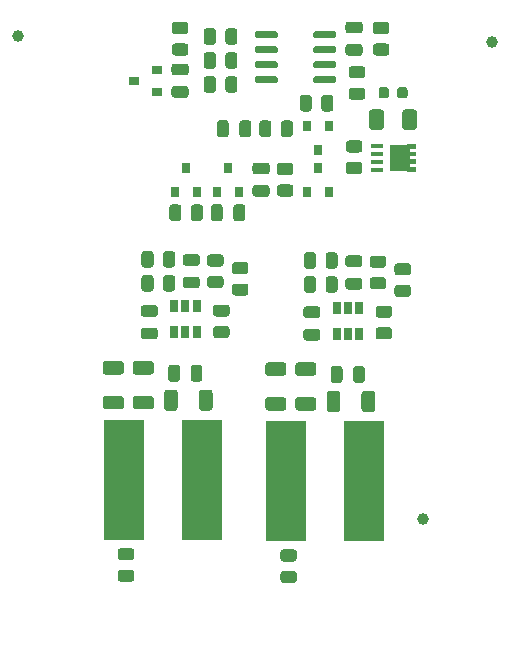
<source format=gbr>
%TF.GenerationSoftware,KiCad,Pcbnew,5.1.9-73d0e3b20d~88~ubuntu20.10.1*%
%TF.CreationDate,2021-01-20T16:53:29+01:00*%
%TF.ProjectId,makita_protector,6d616b69-7461-45f7-9072-6f746563746f,rev?*%
%TF.SameCoordinates,Original*%
%TF.FileFunction,Paste,Top*%
%TF.FilePolarity,Positive*%
%FSLAX46Y46*%
G04 Gerber Fmt 4.6, Leading zero omitted, Abs format (unit mm)*
G04 Created by KiCad (PCBNEW 5.1.9-73d0e3b20d~88~ubuntu20.10.1) date 2021-01-20 16:53:29*
%MOMM*%
%LPD*%
G01*
G04 APERTURE LIST*
%ADD10C,1.000000*%
%ADD11R,3.500000X10.200000*%
%ADD12R,0.650000X1.060000*%
%ADD13R,0.800000X0.900000*%
%ADD14C,0.100000*%
%ADD15R,0.990000X0.405000*%
%ADD16R,0.900000X0.800000*%
G04 APERTURE END LIST*
D10*
%TO.C,FID3*%
X164084000Y-99314000D03*
%TD*%
%TO.C,FID2*%
X169926000Y-58928000D03*
%TD*%
%TO.C,FID1*%
X129794000Y-58420000D03*
%TD*%
D11*
%TO.C,L1*%
X138749500Y-96012000D03*
X145349500Y-96012000D03*
%TD*%
%TO.C,R23*%
G36*
G01*
X153151502Y-102935000D02*
X152251498Y-102935000D01*
G75*
G02*
X152001500Y-102685002I0J249998D01*
G01*
X152001500Y-102159998D01*
G75*
G02*
X152251498Y-101910000I249998J0D01*
G01*
X153151502Y-101910000D01*
G75*
G02*
X153401500Y-102159998I0J-249998D01*
G01*
X153401500Y-102685002D01*
G75*
G02*
X153151502Y-102935000I-249998J0D01*
G01*
G37*
G36*
G01*
X153151502Y-104760000D02*
X152251498Y-104760000D01*
G75*
G02*
X152001500Y-104510002I0J249998D01*
G01*
X152001500Y-103984998D01*
G75*
G02*
X152251498Y-103735000I249998J0D01*
G01*
X153151502Y-103735000D01*
G75*
G02*
X153401500Y-103984998I0J-249998D01*
G01*
X153401500Y-104510002D01*
G75*
G02*
X153151502Y-104760000I-249998J0D01*
G01*
G37*
%TD*%
%TO.C,R22*%
G36*
G01*
X139388002Y-102827500D02*
X138487998Y-102827500D01*
G75*
G02*
X138238000Y-102577502I0J249998D01*
G01*
X138238000Y-102052498D01*
G75*
G02*
X138487998Y-101802500I249998J0D01*
G01*
X139388002Y-101802500D01*
G75*
G02*
X139638000Y-102052498I0J-249998D01*
G01*
X139638000Y-102577502D01*
G75*
G02*
X139388002Y-102827500I-249998J0D01*
G01*
G37*
G36*
G01*
X139388002Y-104652500D02*
X138487998Y-104652500D01*
G75*
G02*
X138238000Y-104402502I0J249998D01*
G01*
X138238000Y-103877498D01*
G75*
G02*
X138487998Y-103627500I249998J0D01*
G01*
X139388002Y-103627500D01*
G75*
G02*
X139638000Y-103877498I0J-249998D01*
G01*
X139638000Y-104402502D01*
G75*
G02*
X139388002Y-104652500I-249998J0D01*
G01*
G37*
%TD*%
%TO.C,L2*%
X152513000Y-96119500D03*
X159113000Y-96119500D03*
%TD*%
D12*
%TO.C,U3*%
X157718000Y-81430500D03*
X156768000Y-81430500D03*
X158668000Y-81430500D03*
X158668000Y-83630500D03*
X157718000Y-83630500D03*
X156768000Y-83630500D03*
%TD*%
%TO.C,R19*%
G36*
G01*
X155032000Y-79032498D02*
X155032000Y-79932502D01*
G75*
G02*
X154782002Y-80182500I-249998J0D01*
G01*
X154256998Y-80182500D01*
G75*
G02*
X154007000Y-79932502I0J249998D01*
G01*
X154007000Y-79032498D01*
G75*
G02*
X154256998Y-78782500I249998J0D01*
G01*
X154782002Y-78782500D01*
G75*
G02*
X155032000Y-79032498I0J-249998D01*
G01*
G37*
G36*
G01*
X156857000Y-79032498D02*
X156857000Y-79932502D01*
G75*
G02*
X156607002Y-80182500I-249998J0D01*
G01*
X156081998Y-80182500D01*
G75*
G02*
X155832000Y-79932502I0J249998D01*
G01*
X155832000Y-79032498D01*
G75*
G02*
X156081998Y-78782500I249998J0D01*
G01*
X156607002Y-78782500D01*
G75*
G02*
X156857000Y-79032498I0J-249998D01*
G01*
G37*
%TD*%
%TO.C,R18*%
G36*
G01*
X159807998Y-78866500D02*
X160708002Y-78866500D01*
G75*
G02*
X160958000Y-79116498I0J-249998D01*
G01*
X160958000Y-79641502D01*
G75*
G02*
X160708002Y-79891500I-249998J0D01*
G01*
X159807998Y-79891500D01*
G75*
G02*
X159558000Y-79641502I0J249998D01*
G01*
X159558000Y-79116498D01*
G75*
G02*
X159807998Y-78866500I249998J0D01*
G01*
G37*
G36*
G01*
X159807998Y-77041500D02*
X160708002Y-77041500D01*
G75*
G02*
X160958000Y-77291498I0J-249998D01*
G01*
X160958000Y-77816502D01*
G75*
G02*
X160708002Y-78066500I-249998J0D01*
G01*
X159807998Y-78066500D01*
G75*
G02*
X159558000Y-77816502I0J249998D01*
G01*
X159558000Y-77291498D01*
G75*
G02*
X159807998Y-77041500I249998J0D01*
G01*
G37*
%TD*%
%TO.C,R17*%
G36*
G01*
X155832000Y-77900502D02*
X155832000Y-77000498D01*
G75*
G02*
X156081998Y-76750500I249998J0D01*
G01*
X156607002Y-76750500D01*
G75*
G02*
X156857000Y-77000498I0J-249998D01*
G01*
X156857000Y-77900502D01*
G75*
G02*
X156607002Y-78150500I-249998J0D01*
G01*
X156081998Y-78150500D01*
G75*
G02*
X155832000Y-77900502I0J249998D01*
G01*
G37*
G36*
G01*
X154007000Y-77900502D02*
X154007000Y-77000498D01*
G75*
G02*
X154256998Y-76750500I249998J0D01*
G01*
X154782002Y-76750500D01*
G75*
G02*
X155032000Y-77000498I0J-249998D01*
G01*
X155032000Y-77900502D01*
G75*
G02*
X154782002Y-78150500I-249998J0D01*
G01*
X154256998Y-78150500D01*
G75*
G02*
X154007000Y-77900502I0J249998D01*
G01*
G37*
%TD*%
%TO.C,R12*%
G36*
G01*
X162813502Y-78707500D02*
X161913498Y-78707500D01*
G75*
G02*
X161663500Y-78457502I0J249998D01*
G01*
X161663500Y-77932498D01*
G75*
G02*
X161913498Y-77682500I249998J0D01*
G01*
X162813502Y-77682500D01*
G75*
G02*
X163063500Y-77932498I0J-249998D01*
G01*
X163063500Y-78457502D01*
G75*
G02*
X162813502Y-78707500I-249998J0D01*
G01*
G37*
G36*
G01*
X162813502Y-80532500D02*
X161913498Y-80532500D01*
G75*
G02*
X161663500Y-80282502I0J249998D01*
G01*
X161663500Y-79757498D01*
G75*
G02*
X161913498Y-79507500I249998J0D01*
G01*
X162813502Y-79507500D01*
G75*
G02*
X163063500Y-79757498I0J-249998D01*
G01*
X163063500Y-80282502D01*
G75*
G02*
X162813502Y-80532500I-249998J0D01*
G01*
G37*
%TD*%
%TO.C,R11*%
G36*
G01*
X161213502Y-82307500D02*
X160313498Y-82307500D01*
G75*
G02*
X160063500Y-82057502I0J249998D01*
G01*
X160063500Y-81532498D01*
G75*
G02*
X160313498Y-81282500I249998J0D01*
G01*
X161213502Y-81282500D01*
G75*
G02*
X161463500Y-81532498I0J-249998D01*
G01*
X161463500Y-82057502D01*
G75*
G02*
X161213502Y-82307500I-249998J0D01*
G01*
G37*
G36*
G01*
X161213502Y-84132500D02*
X160313498Y-84132500D01*
G75*
G02*
X160063500Y-83882502I0J249998D01*
G01*
X160063500Y-83357498D01*
G75*
G02*
X160313498Y-83107500I249998J0D01*
G01*
X161213502Y-83107500D01*
G75*
G02*
X161463500Y-83357498I0J-249998D01*
G01*
X161463500Y-83882502D01*
G75*
G02*
X161213502Y-84132500I-249998J0D01*
G01*
G37*
%TD*%
%TO.C,C18*%
G36*
G01*
X154812001Y-87218500D02*
X153511999Y-87218500D01*
G75*
G02*
X153262000Y-86968501I0J249999D01*
G01*
X153262000Y-86318499D01*
G75*
G02*
X153511999Y-86068500I249999J0D01*
G01*
X154812001Y-86068500D01*
G75*
G02*
X155062000Y-86318499I0J-249999D01*
G01*
X155062000Y-86968501D01*
G75*
G02*
X154812001Y-87218500I-249999J0D01*
G01*
G37*
G36*
G01*
X154812001Y-90168500D02*
X153511999Y-90168500D01*
G75*
G02*
X153262000Y-89918501I0J249999D01*
G01*
X153262000Y-89268499D01*
G75*
G02*
X153511999Y-89018500I249999J0D01*
G01*
X154812001Y-89018500D01*
G75*
G02*
X155062000Y-89268499I0J-249999D01*
G01*
X155062000Y-89918501D01*
G75*
G02*
X154812001Y-90168500I-249999J0D01*
G01*
G37*
%TD*%
%TO.C,C17*%
G36*
G01*
X152272001Y-87218500D02*
X150971999Y-87218500D01*
G75*
G02*
X150722000Y-86968501I0J249999D01*
G01*
X150722000Y-86318499D01*
G75*
G02*
X150971999Y-86068500I249999J0D01*
G01*
X152272001Y-86068500D01*
G75*
G02*
X152522000Y-86318499I0J-249999D01*
G01*
X152522000Y-86968501D01*
G75*
G02*
X152272001Y-87218500I-249999J0D01*
G01*
G37*
G36*
G01*
X152272001Y-90168500D02*
X150971999Y-90168500D01*
G75*
G02*
X150722000Y-89918501I0J249999D01*
G01*
X150722000Y-89268499D01*
G75*
G02*
X150971999Y-89018500I249999J0D01*
G01*
X152272001Y-89018500D01*
G75*
G02*
X152522000Y-89268499I0J-249999D01*
G01*
X152522000Y-89918501D01*
G75*
G02*
X152272001Y-90168500I-249999J0D01*
G01*
G37*
%TD*%
%TO.C,C16*%
G36*
G01*
X157751000Y-78916500D02*
X158701000Y-78916500D01*
G75*
G02*
X158951000Y-79166500I0J-250000D01*
G01*
X158951000Y-79666500D01*
G75*
G02*
X158701000Y-79916500I-250000J0D01*
G01*
X157751000Y-79916500D01*
G75*
G02*
X157501000Y-79666500I0J250000D01*
G01*
X157501000Y-79166500D01*
G75*
G02*
X157751000Y-78916500I250000J0D01*
G01*
G37*
G36*
G01*
X157751000Y-77016500D02*
X158701000Y-77016500D01*
G75*
G02*
X158951000Y-77266500I0J-250000D01*
G01*
X158951000Y-77766500D01*
G75*
G02*
X158701000Y-78016500I-250000J0D01*
G01*
X157751000Y-78016500D01*
G75*
G02*
X157501000Y-77766500I0J250000D01*
G01*
X157501000Y-77266500D01*
G75*
G02*
X157751000Y-77016500I250000J0D01*
G01*
G37*
%TD*%
%TO.C,C14*%
G36*
G01*
X155145000Y-82334500D02*
X154195000Y-82334500D01*
G75*
G02*
X153945000Y-82084500I0J250000D01*
G01*
X153945000Y-81584500D01*
G75*
G02*
X154195000Y-81334500I250000J0D01*
G01*
X155145000Y-81334500D01*
G75*
G02*
X155395000Y-81584500I0J-250000D01*
G01*
X155395000Y-82084500D01*
G75*
G02*
X155145000Y-82334500I-250000J0D01*
G01*
G37*
G36*
G01*
X155145000Y-84234500D02*
X154195000Y-84234500D01*
G75*
G02*
X153945000Y-83984500I0J250000D01*
G01*
X153945000Y-83484500D01*
G75*
G02*
X154195000Y-83234500I250000J0D01*
G01*
X155145000Y-83234500D01*
G75*
G02*
X155395000Y-83484500I0J-250000D01*
G01*
X155395000Y-83984500D01*
G75*
G02*
X155145000Y-84234500I-250000J0D01*
G01*
G37*
%TD*%
%TO.C,C12*%
G36*
G01*
X157072000Y-88738499D02*
X157072000Y-90038501D01*
G75*
G02*
X156822001Y-90288500I-249999J0D01*
G01*
X156171999Y-90288500D01*
G75*
G02*
X155922000Y-90038501I0J249999D01*
G01*
X155922000Y-88738499D01*
G75*
G02*
X156171999Y-88488500I249999J0D01*
G01*
X156822001Y-88488500D01*
G75*
G02*
X157072000Y-88738499I0J-249999D01*
G01*
G37*
G36*
G01*
X160022000Y-88738499D02*
X160022000Y-90038501D01*
G75*
G02*
X159772001Y-90288500I-249999J0D01*
G01*
X159121999Y-90288500D01*
G75*
G02*
X158872000Y-90038501I0J249999D01*
G01*
X158872000Y-88738499D01*
G75*
G02*
X159121999Y-88488500I249999J0D01*
G01*
X159772001Y-88488500D01*
G75*
G02*
X160022000Y-88738499I0J-249999D01*
G01*
G37*
%TD*%
%TO.C,C11*%
G36*
G01*
X157268000Y-86627500D02*
X157268000Y-87577500D01*
G75*
G02*
X157018000Y-87827500I-250000J0D01*
G01*
X156518000Y-87827500D01*
G75*
G02*
X156268000Y-87577500I0J250000D01*
G01*
X156268000Y-86627500D01*
G75*
G02*
X156518000Y-86377500I250000J0D01*
G01*
X157018000Y-86377500D01*
G75*
G02*
X157268000Y-86627500I0J-250000D01*
G01*
G37*
G36*
G01*
X159168000Y-86627500D02*
X159168000Y-87577500D01*
G75*
G02*
X158918000Y-87827500I-250000J0D01*
G01*
X158418000Y-87827500D01*
G75*
G02*
X158168000Y-87577500I0J250000D01*
G01*
X158168000Y-86627500D01*
G75*
G02*
X158418000Y-86377500I250000J0D01*
G01*
X158918000Y-86377500D01*
G75*
G02*
X159168000Y-86627500I0J-250000D01*
G01*
G37*
%TD*%
%TO.C,F2*%
G36*
G01*
X161894000Y-63502250D02*
X161894000Y-62989750D01*
G75*
G02*
X162112750Y-62771000I218750J0D01*
G01*
X162550250Y-62771000D01*
G75*
G02*
X162769000Y-62989750I0J-218750D01*
G01*
X162769000Y-63502250D01*
G75*
G02*
X162550250Y-63721000I-218750J0D01*
G01*
X162112750Y-63721000D01*
G75*
G02*
X161894000Y-63502250I0J218750D01*
G01*
G37*
G36*
G01*
X160319000Y-63502250D02*
X160319000Y-62989750D01*
G75*
G02*
X160537750Y-62771000I218750J0D01*
G01*
X160975250Y-62771000D01*
G75*
G02*
X161194000Y-62989750I0J-218750D01*
G01*
X161194000Y-63502250D01*
G75*
G02*
X160975250Y-63721000I-218750J0D01*
G01*
X160537750Y-63721000D01*
G75*
G02*
X160319000Y-63502250I0J218750D01*
G01*
G37*
%TD*%
%TO.C,C4*%
G36*
G01*
X141381500Y-82227000D02*
X140431500Y-82227000D01*
G75*
G02*
X140181500Y-81977000I0J250000D01*
G01*
X140181500Y-81477000D01*
G75*
G02*
X140431500Y-81227000I250000J0D01*
G01*
X141381500Y-81227000D01*
G75*
G02*
X141631500Y-81477000I0J-250000D01*
G01*
X141631500Y-81977000D01*
G75*
G02*
X141381500Y-82227000I-250000J0D01*
G01*
G37*
G36*
G01*
X141381500Y-84127000D02*
X140431500Y-84127000D01*
G75*
G02*
X140181500Y-83877000I0J250000D01*
G01*
X140181500Y-83377000D01*
G75*
G02*
X140431500Y-83127000I250000J0D01*
G01*
X141381500Y-83127000D01*
G75*
G02*
X141631500Y-83377000I0J-250000D01*
G01*
X141631500Y-83877000D01*
G75*
G02*
X141381500Y-84127000I-250000J0D01*
G01*
G37*
%TD*%
%TO.C,U2*%
G36*
G01*
X154779000Y-58491500D02*
X154779000Y-58191500D01*
G75*
G02*
X154929000Y-58041500I150000J0D01*
G01*
X156579000Y-58041500D01*
G75*
G02*
X156729000Y-58191500I0J-150000D01*
G01*
X156729000Y-58491500D01*
G75*
G02*
X156579000Y-58641500I-150000J0D01*
G01*
X154929000Y-58641500D01*
G75*
G02*
X154779000Y-58491500I0J150000D01*
G01*
G37*
G36*
G01*
X154779000Y-59761500D02*
X154779000Y-59461500D01*
G75*
G02*
X154929000Y-59311500I150000J0D01*
G01*
X156579000Y-59311500D01*
G75*
G02*
X156729000Y-59461500I0J-150000D01*
G01*
X156729000Y-59761500D01*
G75*
G02*
X156579000Y-59911500I-150000J0D01*
G01*
X154929000Y-59911500D01*
G75*
G02*
X154779000Y-59761500I0J150000D01*
G01*
G37*
G36*
G01*
X154779000Y-61031500D02*
X154779000Y-60731500D01*
G75*
G02*
X154929000Y-60581500I150000J0D01*
G01*
X156579000Y-60581500D01*
G75*
G02*
X156729000Y-60731500I0J-150000D01*
G01*
X156729000Y-61031500D01*
G75*
G02*
X156579000Y-61181500I-150000J0D01*
G01*
X154929000Y-61181500D01*
G75*
G02*
X154779000Y-61031500I0J150000D01*
G01*
G37*
G36*
G01*
X154779000Y-62301500D02*
X154779000Y-62001500D01*
G75*
G02*
X154929000Y-61851500I150000J0D01*
G01*
X156579000Y-61851500D01*
G75*
G02*
X156729000Y-62001500I0J-150000D01*
G01*
X156729000Y-62301500D01*
G75*
G02*
X156579000Y-62451500I-150000J0D01*
G01*
X154929000Y-62451500D01*
G75*
G02*
X154779000Y-62301500I0J150000D01*
G01*
G37*
G36*
G01*
X149829000Y-62301500D02*
X149829000Y-62001500D01*
G75*
G02*
X149979000Y-61851500I150000J0D01*
G01*
X151629000Y-61851500D01*
G75*
G02*
X151779000Y-62001500I0J-150000D01*
G01*
X151779000Y-62301500D01*
G75*
G02*
X151629000Y-62451500I-150000J0D01*
G01*
X149979000Y-62451500D01*
G75*
G02*
X149829000Y-62301500I0J150000D01*
G01*
G37*
G36*
G01*
X149829000Y-61031500D02*
X149829000Y-60731500D01*
G75*
G02*
X149979000Y-60581500I150000J0D01*
G01*
X151629000Y-60581500D01*
G75*
G02*
X151779000Y-60731500I0J-150000D01*
G01*
X151779000Y-61031500D01*
G75*
G02*
X151629000Y-61181500I-150000J0D01*
G01*
X149979000Y-61181500D01*
G75*
G02*
X149829000Y-61031500I0J150000D01*
G01*
G37*
G36*
G01*
X149829000Y-59761500D02*
X149829000Y-59461500D01*
G75*
G02*
X149979000Y-59311500I150000J0D01*
G01*
X151629000Y-59311500D01*
G75*
G02*
X151779000Y-59461500I0J-150000D01*
G01*
X151779000Y-59761500D01*
G75*
G02*
X151629000Y-59911500I-150000J0D01*
G01*
X149979000Y-59911500D01*
G75*
G02*
X149829000Y-59761500I0J150000D01*
G01*
G37*
G36*
G01*
X149829000Y-58491500D02*
X149829000Y-58191500D01*
G75*
G02*
X149979000Y-58041500I150000J0D01*
G01*
X151629000Y-58041500D01*
G75*
G02*
X151779000Y-58191500I0J-150000D01*
G01*
X151779000Y-58491500D01*
G75*
G02*
X151629000Y-58641500I-150000J0D01*
G01*
X149979000Y-58641500D01*
G75*
G02*
X149829000Y-58491500I0J150000D01*
G01*
G37*
%TD*%
%TO.C,U1*%
X143954500Y-81323000D03*
X143004500Y-81323000D03*
X144904500Y-81323000D03*
X144904500Y-83523000D03*
X143954500Y-83523000D03*
X143004500Y-83523000D03*
%TD*%
%TO.C,R21*%
G36*
G01*
X146539000Y-62097498D02*
X146539000Y-62997502D01*
G75*
G02*
X146289002Y-63247500I-249998J0D01*
G01*
X145763998Y-63247500D01*
G75*
G02*
X145514000Y-62997502I0J249998D01*
G01*
X145514000Y-62097498D01*
G75*
G02*
X145763998Y-61847500I249998J0D01*
G01*
X146289002Y-61847500D01*
G75*
G02*
X146539000Y-62097498I0J-249998D01*
G01*
G37*
G36*
G01*
X148364000Y-62097498D02*
X148364000Y-62997502D01*
G75*
G02*
X148114002Y-63247500I-249998J0D01*
G01*
X147588998Y-63247500D01*
G75*
G02*
X147339000Y-62997502I0J249998D01*
G01*
X147339000Y-62097498D01*
G75*
G02*
X147588998Y-61847500I249998J0D01*
G01*
X148114002Y-61847500D01*
G75*
G02*
X148364000Y-62097498I0J-249998D01*
G01*
G37*
%TD*%
%TO.C,R20*%
G36*
G01*
X147339000Y-58933502D02*
X147339000Y-58033498D01*
G75*
G02*
X147588998Y-57783500I249998J0D01*
G01*
X148114002Y-57783500D01*
G75*
G02*
X148364000Y-58033498I0J-249998D01*
G01*
X148364000Y-58933502D01*
G75*
G02*
X148114002Y-59183500I-249998J0D01*
G01*
X147588998Y-59183500D01*
G75*
G02*
X147339000Y-58933502I0J249998D01*
G01*
G37*
G36*
G01*
X145514000Y-58933502D02*
X145514000Y-58033498D01*
G75*
G02*
X145763998Y-57783500I249998J0D01*
G01*
X146289002Y-57783500D01*
G75*
G02*
X146539000Y-58033498I0J-249998D01*
G01*
X146539000Y-58933502D01*
G75*
G02*
X146289002Y-59183500I-249998J0D01*
G01*
X145763998Y-59183500D01*
G75*
G02*
X145514000Y-58933502I0J249998D01*
G01*
G37*
%TD*%
%TO.C,R16*%
G36*
G01*
X155467000Y-64585002D02*
X155467000Y-63684998D01*
G75*
G02*
X155716998Y-63435000I249998J0D01*
G01*
X156242002Y-63435000D01*
G75*
G02*
X156492000Y-63684998I0J-249998D01*
G01*
X156492000Y-64585002D01*
G75*
G02*
X156242002Y-64835000I-249998J0D01*
G01*
X155716998Y-64835000D01*
G75*
G02*
X155467000Y-64585002I0J249998D01*
G01*
G37*
G36*
G01*
X153642000Y-64585002D02*
X153642000Y-63684998D01*
G75*
G02*
X153891998Y-63435000I249998J0D01*
G01*
X154417002Y-63435000D01*
G75*
G02*
X154667000Y-63684998I0J-249998D01*
G01*
X154667000Y-64585002D01*
G75*
G02*
X154417002Y-64835000I-249998J0D01*
G01*
X153891998Y-64835000D01*
G75*
G02*
X153642000Y-64585002I0J249998D01*
G01*
G37*
%TD*%
%TO.C,R15*%
G36*
G01*
X143059998Y-59074000D02*
X143960002Y-59074000D01*
G75*
G02*
X144210000Y-59323998I0J-249998D01*
G01*
X144210000Y-59849002D01*
G75*
G02*
X143960002Y-60099000I-249998J0D01*
G01*
X143059998Y-60099000D01*
G75*
G02*
X142810000Y-59849002I0J249998D01*
G01*
X142810000Y-59323998D01*
G75*
G02*
X143059998Y-59074000I249998J0D01*
G01*
G37*
G36*
G01*
X143059998Y-57249000D02*
X143960002Y-57249000D01*
G75*
G02*
X144210000Y-57498998I0J-249998D01*
G01*
X144210000Y-58024002D01*
G75*
G02*
X143960002Y-58274000I-249998J0D01*
G01*
X143059998Y-58274000D01*
G75*
G02*
X142810000Y-58024002I0J249998D01*
G01*
X142810000Y-57498998D01*
G75*
G02*
X143059998Y-57249000I249998J0D01*
G01*
G37*
%TD*%
%TO.C,R14*%
G36*
G01*
X160077998Y-59074000D02*
X160978002Y-59074000D01*
G75*
G02*
X161228000Y-59323998I0J-249998D01*
G01*
X161228000Y-59849002D01*
G75*
G02*
X160978002Y-60099000I-249998J0D01*
G01*
X160077998Y-60099000D01*
G75*
G02*
X159828000Y-59849002I0J249998D01*
G01*
X159828000Y-59323998D01*
G75*
G02*
X160077998Y-59074000I249998J0D01*
G01*
G37*
G36*
G01*
X160077998Y-57249000D02*
X160978002Y-57249000D01*
G75*
G02*
X161228000Y-57498998I0J-249998D01*
G01*
X161228000Y-58024002D01*
G75*
G02*
X160978002Y-58274000I-249998J0D01*
G01*
X160077998Y-58274000D01*
G75*
G02*
X159828000Y-58024002I0J249998D01*
G01*
X159828000Y-57498998D01*
G75*
G02*
X160077998Y-57249000I249998J0D01*
G01*
G37*
%TD*%
%TO.C,R13*%
G36*
G01*
X158045998Y-62820500D02*
X158946002Y-62820500D01*
G75*
G02*
X159196000Y-63070498I0J-249998D01*
G01*
X159196000Y-63595502D01*
G75*
G02*
X158946002Y-63845500I-249998J0D01*
G01*
X158045998Y-63845500D01*
G75*
G02*
X157796000Y-63595502I0J249998D01*
G01*
X157796000Y-63070498D01*
G75*
G02*
X158045998Y-62820500I249998J0D01*
G01*
G37*
G36*
G01*
X158045998Y-60995500D02*
X158946002Y-60995500D01*
G75*
G02*
X159196000Y-61245498I0J-249998D01*
G01*
X159196000Y-61770502D01*
G75*
G02*
X158946002Y-62020500I-249998J0D01*
G01*
X158045998Y-62020500D01*
G75*
G02*
X157796000Y-61770502I0J249998D01*
G01*
X157796000Y-61245498D01*
G75*
G02*
X158045998Y-60995500I249998J0D01*
G01*
G37*
%TD*%
%TO.C,R10*%
G36*
G01*
X146539000Y-60065498D02*
X146539000Y-60965502D01*
G75*
G02*
X146289002Y-61215500I-249998J0D01*
G01*
X145763998Y-61215500D01*
G75*
G02*
X145514000Y-60965502I0J249998D01*
G01*
X145514000Y-60065498D01*
G75*
G02*
X145763998Y-59815500I249998J0D01*
G01*
X146289002Y-59815500D01*
G75*
G02*
X146539000Y-60065498I0J-249998D01*
G01*
G37*
G36*
G01*
X148364000Y-60065498D02*
X148364000Y-60965502D01*
G75*
G02*
X148114002Y-61215500I-249998J0D01*
G01*
X147588998Y-61215500D01*
G75*
G02*
X147339000Y-60965502I0J249998D01*
G01*
X147339000Y-60065498D01*
G75*
G02*
X147588998Y-59815500I249998J0D01*
G01*
X148114002Y-59815500D01*
G75*
G02*
X148364000Y-60065498I0J-249998D01*
G01*
G37*
%TD*%
%TO.C,R9*%
G36*
G01*
X144418000Y-73856002D02*
X144418000Y-72955998D01*
G75*
G02*
X144667998Y-72706000I249998J0D01*
G01*
X145193002Y-72706000D01*
G75*
G02*
X145443000Y-72955998I0J-249998D01*
G01*
X145443000Y-73856002D01*
G75*
G02*
X145193002Y-74106000I-249998J0D01*
G01*
X144667998Y-74106000D01*
G75*
G02*
X144418000Y-73856002I0J249998D01*
G01*
G37*
G36*
G01*
X142593000Y-73856002D02*
X142593000Y-72955998D01*
G75*
G02*
X142842998Y-72706000I249998J0D01*
G01*
X143368002Y-72706000D01*
G75*
G02*
X143618000Y-72955998I0J-249998D01*
G01*
X143618000Y-73856002D01*
G75*
G02*
X143368002Y-74106000I-249998J0D01*
G01*
X142842998Y-74106000D01*
G75*
G02*
X142593000Y-73856002I0J249998D01*
G01*
G37*
%TD*%
%TO.C,R8*%
G36*
G01*
X152850002Y-70212000D02*
X151949998Y-70212000D01*
G75*
G02*
X151700000Y-69962002I0J249998D01*
G01*
X151700000Y-69436998D01*
G75*
G02*
X151949998Y-69187000I249998J0D01*
G01*
X152850002Y-69187000D01*
G75*
G02*
X153100000Y-69436998I0J-249998D01*
G01*
X153100000Y-69962002D01*
G75*
G02*
X152850002Y-70212000I-249998J0D01*
G01*
G37*
G36*
G01*
X152850002Y-72037000D02*
X151949998Y-72037000D01*
G75*
G02*
X151700000Y-71787002I0J249998D01*
G01*
X151700000Y-71261998D01*
G75*
G02*
X151949998Y-71012000I249998J0D01*
G01*
X152850002Y-71012000D01*
G75*
G02*
X153100000Y-71261998I0J-249998D01*
G01*
X153100000Y-71787002D01*
G75*
G02*
X152850002Y-72037000I-249998J0D01*
G01*
G37*
%TD*%
%TO.C,R7*%
G36*
G01*
X141268500Y-78924998D02*
X141268500Y-79825002D01*
G75*
G02*
X141018502Y-80075000I-249998J0D01*
G01*
X140493498Y-80075000D01*
G75*
G02*
X140243500Y-79825002I0J249998D01*
G01*
X140243500Y-78924998D01*
G75*
G02*
X140493498Y-78675000I249998J0D01*
G01*
X141018502Y-78675000D01*
G75*
G02*
X141268500Y-78924998I0J-249998D01*
G01*
G37*
G36*
G01*
X143093500Y-78924998D02*
X143093500Y-79825002D01*
G75*
G02*
X142843502Y-80075000I-249998J0D01*
G01*
X142318498Y-80075000D01*
G75*
G02*
X142068500Y-79825002I0J249998D01*
G01*
X142068500Y-78924998D01*
G75*
G02*
X142318498Y-78675000I249998J0D01*
G01*
X142843502Y-78675000D01*
G75*
G02*
X143093500Y-78924998I0J-249998D01*
G01*
G37*
%TD*%
%TO.C,R6*%
G36*
G01*
X146044498Y-78759000D02*
X146944502Y-78759000D01*
G75*
G02*
X147194500Y-79008998I0J-249998D01*
G01*
X147194500Y-79534002D01*
G75*
G02*
X146944502Y-79784000I-249998J0D01*
G01*
X146044498Y-79784000D01*
G75*
G02*
X145794500Y-79534002I0J249998D01*
G01*
X145794500Y-79008998D01*
G75*
G02*
X146044498Y-78759000I249998J0D01*
G01*
G37*
G36*
G01*
X146044498Y-76934000D02*
X146944502Y-76934000D01*
G75*
G02*
X147194500Y-77183998I0J-249998D01*
G01*
X147194500Y-77709002D01*
G75*
G02*
X146944502Y-77959000I-249998J0D01*
G01*
X146044498Y-77959000D01*
G75*
G02*
X145794500Y-77709002I0J249998D01*
G01*
X145794500Y-77183998D01*
G75*
G02*
X146044498Y-76934000I249998J0D01*
G01*
G37*
%TD*%
%TO.C,R5*%
G36*
G01*
X142068500Y-77793002D02*
X142068500Y-76892998D01*
G75*
G02*
X142318498Y-76643000I249998J0D01*
G01*
X142843502Y-76643000D01*
G75*
G02*
X143093500Y-76892998I0J-249998D01*
G01*
X143093500Y-77793002D01*
G75*
G02*
X142843502Y-78043000I-249998J0D01*
G01*
X142318498Y-78043000D01*
G75*
G02*
X142068500Y-77793002I0J249998D01*
G01*
G37*
G36*
G01*
X140243500Y-77793002D02*
X140243500Y-76892998D01*
G75*
G02*
X140493498Y-76643000I249998J0D01*
G01*
X141018502Y-76643000D01*
G75*
G02*
X141268500Y-76892998I0J-249998D01*
G01*
X141268500Y-77793002D01*
G75*
G02*
X141018502Y-78043000I-249998J0D01*
G01*
X140493498Y-78043000D01*
G75*
G02*
X140243500Y-77793002I0J249998D01*
G01*
G37*
%TD*%
%TO.C,R4*%
G36*
G01*
X151238000Y-65843998D02*
X151238000Y-66744002D01*
G75*
G02*
X150988002Y-66994000I-249998J0D01*
G01*
X150462998Y-66994000D01*
G75*
G02*
X150213000Y-66744002I0J249998D01*
G01*
X150213000Y-65843998D01*
G75*
G02*
X150462998Y-65594000I249998J0D01*
G01*
X150988002Y-65594000D01*
G75*
G02*
X151238000Y-65843998I0J-249998D01*
G01*
G37*
G36*
G01*
X153063000Y-65843998D02*
X153063000Y-66744002D01*
G75*
G02*
X152813002Y-66994000I-249998J0D01*
G01*
X152287998Y-66994000D01*
G75*
G02*
X152038000Y-66744002I0J249998D01*
G01*
X152038000Y-65843998D01*
G75*
G02*
X152287998Y-65594000I249998J0D01*
G01*
X152813002Y-65594000D01*
G75*
G02*
X153063000Y-65843998I0J-249998D01*
G01*
G37*
%TD*%
%TO.C,R3*%
G36*
G01*
X157791998Y-69107000D02*
X158692002Y-69107000D01*
G75*
G02*
X158942000Y-69356998I0J-249998D01*
G01*
X158942000Y-69882002D01*
G75*
G02*
X158692002Y-70132000I-249998J0D01*
G01*
X157791998Y-70132000D01*
G75*
G02*
X157542000Y-69882002I0J249998D01*
G01*
X157542000Y-69356998D01*
G75*
G02*
X157791998Y-69107000I249998J0D01*
G01*
G37*
G36*
G01*
X157791998Y-67282000D02*
X158692002Y-67282000D01*
G75*
G02*
X158942000Y-67531998I0J-249998D01*
G01*
X158942000Y-68057002D01*
G75*
G02*
X158692002Y-68307000I-249998J0D01*
G01*
X157791998Y-68307000D01*
G75*
G02*
X157542000Y-68057002I0J249998D01*
G01*
X157542000Y-67531998D01*
G75*
G02*
X157791998Y-67282000I249998J0D01*
G01*
G37*
%TD*%
%TO.C,R2*%
G36*
G01*
X149050002Y-78600000D02*
X148149998Y-78600000D01*
G75*
G02*
X147900000Y-78350002I0J249998D01*
G01*
X147900000Y-77824998D01*
G75*
G02*
X148149998Y-77575000I249998J0D01*
G01*
X149050002Y-77575000D01*
G75*
G02*
X149300000Y-77824998I0J-249998D01*
G01*
X149300000Y-78350002D01*
G75*
G02*
X149050002Y-78600000I-249998J0D01*
G01*
G37*
G36*
G01*
X149050002Y-80425000D02*
X148149998Y-80425000D01*
G75*
G02*
X147900000Y-80175002I0J249998D01*
G01*
X147900000Y-79649998D01*
G75*
G02*
X148149998Y-79400000I249998J0D01*
G01*
X149050002Y-79400000D01*
G75*
G02*
X149300000Y-79649998I0J-249998D01*
G01*
X149300000Y-80175002D01*
G75*
G02*
X149050002Y-80425000I-249998J0D01*
G01*
G37*
%TD*%
%TO.C,R1*%
G36*
G01*
X147450002Y-82200000D02*
X146549998Y-82200000D01*
G75*
G02*
X146300000Y-81950002I0J249998D01*
G01*
X146300000Y-81424998D01*
G75*
G02*
X146549998Y-81175000I249998J0D01*
G01*
X147450002Y-81175000D01*
G75*
G02*
X147700000Y-81424998I0J-249998D01*
G01*
X147700000Y-81950002D01*
G75*
G02*
X147450002Y-82200000I-249998J0D01*
G01*
G37*
G36*
G01*
X147450002Y-84025000D02*
X146549998Y-84025000D01*
G75*
G02*
X146300000Y-83775002I0J249998D01*
G01*
X146300000Y-83249998D01*
G75*
G02*
X146549998Y-83000000I249998J0D01*
G01*
X147450002Y-83000000D01*
G75*
G02*
X147700000Y-83249998I0J-249998D01*
G01*
X147700000Y-83775002D01*
G75*
G02*
X147450002Y-84025000I-249998J0D01*
G01*
G37*
%TD*%
D13*
%TO.C,Q2*%
X147574000Y-69612000D03*
X148524000Y-71612000D03*
X146624000Y-71612000D03*
%TD*%
D14*
%TO.C,Q1*%
G36*
X163512000Y-67970500D02*
G01*
X163002000Y-67970500D01*
X163002000Y-68225500D01*
X163512000Y-68225500D01*
X163512000Y-68630500D01*
X163002000Y-68630500D01*
X163002000Y-68885500D01*
X163512000Y-68885500D01*
X163512000Y-69290500D01*
X163002000Y-69290500D01*
X163002000Y-69545500D01*
X163512000Y-69545500D01*
X163512000Y-69953000D01*
X162752000Y-69953000D01*
X162752000Y-69875500D01*
X161277000Y-69875500D01*
X161277000Y-67640500D01*
X162752000Y-67640500D01*
X162752000Y-67563000D01*
X163512000Y-67563000D01*
X163512000Y-67970500D01*
G37*
D15*
X160147000Y-69748000D03*
X160147000Y-69088000D03*
X160147000Y-68428000D03*
X160147000Y-67768000D03*
%TD*%
%TO.C,F1*%
G36*
G01*
X162319000Y-66157000D02*
X162319000Y-64907000D01*
G75*
G02*
X162569000Y-64657000I250000J0D01*
G01*
X163319000Y-64657000D01*
G75*
G02*
X163569000Y-64907000I0J-250000D01*
G01*
X163569000Y-66157000D01*
G75*
G02*
X163319000Y-66407000I-250000J0D01*
G01*
X162569000Y-66407000D01*
G75*
G02*
X162319000Y-66157000I0J250000D01*
G01*
G37*
G36*
G01*
X159519000Y-66157000D02*
X159519000Y-64907000D01*
G75*
G02*
X159769000Y-64657000I250000J0D01*
G01*
X160519000Y-64657000D01*
G75*
G02*
X160769000Y-64907000I0J-250000D01*
G01*
X160769000Y-66157000D01*
G75*
G02*
X160519000Y-66407000I-250000J0D01*
G01*
X159769000Y-66407000D01*
G75*
G02*
X159519000Y-66157000I0J250000D01*
G01*
G37*
%TD*%
D16*
%TO.C,D4*%
X139589000Y-62230000D03*
X141589000Y-61280000D03*
X141589000Y-63180000D03*
%TD*%
D13*
%TO.C,D3*%
X144018000Y-69612000D03*
X144968000Y-71612000D03*
X143068000Y-71612000D03*
%TD*%
%TO.C,D2*%
X155194000Y-69612000D03*
X156144000Y-71612000D03*
X154244000Y-71612000D03*
%TD*%
%TO.C,D1*%
X155194000Y-68056000D03*
X154244000Y-66056000D03*
X156144000Y-66056000D03*
%TD*%
%TO.C,C13*%
G36*
G01*
X143035000Y-62680000D02*
X143985000Y-62680000D01*
G75*
G02*
X144235000Y-62930000I0J-250000D01*
G01*
X144235000Y-63430000D01*
G75*
G02*
X143985000Y-63680000I-250000J0D01*
G01*
X143035000Y-63680000D01*
G75*
G02*
X142785000Y-63430000I0J250000D01*
G01*
X142785000Y-62930000D01*
G75*
G02*
X143035000Y-62680000I250000J0D01*
G01*
G37*
G36*
G01*
X143035000Y-60780000D02*
X143985000Y-60780000D01*
G75*
G02*
X144235000Y-61030000I0J-250000D01*
G01*
X144235000Y-61530000D01*
G75*
G02*
X143985000Y-61780000I-250000J0D01*
G01*
X143035000Y-61780000D01*
G75*
G02*
X142785000Y-61530000I0J250000D01*
G01*
X142785000Y-61030000D01*
G75*
G02*
X143035000Y-60780000I250000J0D01*
G01*
G37*
%TD*%
%TO.C,C10*%
G36*
G01*
X158717000Y-58224000D02*
X157767000Y-58224000D01*
G75*
G02*
X157517000Y-57974000I0J250000D01*
G01*
X157517000Y-57474000D01*
G75*
G02*
X157767000Y-57224000I250000J0D01*
G01*
X158717000Y-57224000D01*
G75*
G02*
X158967000Y-57474000I0J-250000D01*
G01*
X158967000Y-57974000D01*
G75*
G02*
X158717000Y-58224000I-250000J0D01*
G01*
G37*
G36*
G01*
X158717000Y-60124000D02*
X157767000Y-60124000D01*
G75*
G02*
X157517000Y-59874000I0J250000D01*
G01*
X157517000Y-59374000D01*
G75*
G02*
X157767000Y-59124000I250000J0D01*
G01*
X158717000Y-59124000D01*
G75*
G02*
X158967000Y-59374000I0J-250000D01*
G01*
X158967000Y-59874000D01*
G75*
G02*
X158717000Y-60124000I-250000J0D01*
G01*
G37*
%TD*%
%TO.C,C9*%
G36*
G01*
X141048501Y-87111000D02*
X139748499Y-87111000D01*
G75*
G02*
X139498500Y-86861001I0J249999D01*
G01*
X139498500Y-86210999D01*
G75*
G02*
X139748499Y-85961000I249999J0D01*
G01*
X141048501Y-85961000D01*
G75*
G02*
X141298500Y-86210999I0J-249999D01*
G01*
X141298500Y-86861001D01*
G75*
G02*
X141048501Y-87111000I-249999J0D01*
G01*
G37*
G36*
G01*
X141048501Y-90061000D02*
X139748499Y-90061000D01*
G75*
G02*
X139498500Y-89811001I0J249999D01*
G01*
X139498500Y-89160999D01*
G75*
G02*
X139748499Y-88911000I249999J0D01*
G01*
X141048501Y-88911000D01*
G75*
G02*
X141298500Y-89160999I0J-249999D01*
G01*
X141298500Y-89811001D01*
G75*
G02*
X141048501Y-90061000I-249999J0D01*
G01*
G37*
%TD*%
%TO.C,C8*%
G36*
G01*
X148024000Y-73881000D02*
X148024000Y-72931000D01*
G75*
G02*
X148274000Y-72681000I250000J0D01*
G01*
X148774000Y-72681000D01*
G75*
G02*
X149024000Y-72931000I0J-250000D01*
G01*
X149024000Y-73881000D01*
G75*
G02*
X148774000Y-74131000I-250000J0D01*
G01*
X148274000Y-74131000D01*
G75*
G02*
X148024000Y-73881000I0J250000D01*
G01*
G37*
G36*
G01*
X146124000Y-73881000D02*
X146124000Y-72931000D01*
G75*
G02*
X146374000Y-72681000I250000J0D01*
G01*
X146874000Y-72681000D01*
G75*
G02*
X147124000Y-72931000I0J-250000D01*
G01*
X147124000Y-73881000D01*
G75*
G02*
X146874000Y-74131000I-250000J0D01*
G01*
X146374000Y-74131000D01*
G75*
G02*
X146124000Y-73881000I0J250000D01*
G01*
G37*
%TD*%
%TO.C,C7*%
G36*
G01*
X138508501Y-87111000D02*
X137208499Y-87111000D01*
G75*
G02*
X136958500Y-86861001I0J249999D01*
G01*
X136958500Y-86210999D01*
G75*
G02*
X137208499Y-85961000I249999J0D01*
G01*
X138508501Y-85961000D01*
G75*
G02*
X138758500Y-86210999I0J-249999D01*
G01*
X138758500Y-86861001D01*
G75*
G02*
X138508501Y-87111000I-249999J0D01*
G01*
G37*
G36*
G01*
X138508501Y-90061000D02*
X137208499Y-90061000D01*
G75*
G02*
X136958500Y-89811001I0J249999D01*
G01*
X136958500Y-89160999D01*
G75*
G02*
X137208499Y-88911000I249999J0D01*
G01*
X138508501Y-88911000D01*
G75*
G02*
X138758500Y-89160999I0J-249999D01*
G01*
X138758500Y-89811001D01*
G75*
G02*
X138508501Y-90061000I-249999J0D01*
G01*
G37*
%TD*%
%TO.C,C6*%
G36*
G01*
X143987500Y-78809000D02*
X144937500Y-78809000D01*
G75*
G02*
X145187500Y-79059000I0J-250000D01*
G01*
X145187500Y-79559000D01*
G75*
G02*
X144937500Y-79809000I-250000J0D01*
G01*
X143987500Y-79809000D01*
G75*
G02*
X143737500Y-79559000I0J250000D01*
G01*
X143737500Y-79059000D01*
G75*
G02*
X143987500Y-78809000I250000J0D01*
G01*
G37*
G36*
G01*
X143987500Y-76909000D02*
X144937500Y-76909000D01*
G75*
G02*
X145187500Y-77159000I0J-250000D01*
G01*
X145187500Y-77659000D01*
G75*
G02*
X144937500Y-77909000I-250000J0D01*
G01*
X143987500Y-77909000D01*
G75*
G02*
X143737500Y-77659000I0J250000D01*
G01*
X143737500Y-77159000D01*
G75*
G02*
X143987500Y-76909000I250000J0D01*
G01*
G37*
%TD*%
%TO.C,C5*%
G36*
G01*
X149893000Y-71062000D02*
X150843000Y-71062000D01*
G75*
G02*
X151093000Y-71312000I0J-250000D01*
G01*
X151093000Y-71812000D01*
G75*
G02*
X150843000Y-72062000I-250000J0D01*
G01*
X149893000Y-72062000D01*
G75*
G02*
X149643000Y-71812000I0J250000D01*
G01*
X149643000Y-71312000D01*
G75*
G02*
X149893000Y-71062000I250000J0D01*
G01*
G37*
G36*
G01*
X149893000Y-69162000D02*
X150843000Y-69162000D01*
G75*
G02*
X151093000Y-69412000I0J-250000D01*
G01*
X151093000Y-69912000D01*
G75*
G02*
X150843000Y-70162000I-250000J0D01*
G01*
X149893000Y-70162000D01*
G75*
G02*
X149643000Y-69912000I0J250000D01*
G01*
X149643000Y-69412000D01*
G75*
G02*
X149893000Y-69162000I250000J0D01*
G01*
G37*
%TD*%
%TO.C,C3*%
G36*
G01*
X147632000Y-65819000D02*
X147632000Y-66769000D01*
G75*
G02*
X147382000Y-67019000I-250000J0D01*
G01*
X146882000Y-67019000D01*
G75*
G02*
X146632000Y-66769000I0J250000D01*
G01*
X146632000Y-65819000D01*
G75*
G02*
X146882000Y-65569000I250000J0D01*
G01*
X147382000Y-65569000D01*
G75*
G02*
X147632000Y-65819000I0J-250000D01*
G01*
G37*
G36*
G01*
X149532000Y-65819000D02*
X149532000Y-66769000D01*
G75*
G02*
X149282000Y-67019000I-250000J0D01*
G01*
X148782000Y-67019000D01*
G75*
G02*
X148532000Y-66769000I0J250000D01*
G01*
X148532000Y-65819000D01*
G75*
G02*
X148782000Y-65569000I250000J0D01*
G01*
X149282000Y-65569000D01*
G75*
G02*
X149532000Y-65819000I0J-250000D01*
G01*
G37*
%TD*%
%TO.C,C2*%
G36*
G01*
X143308500Y-88630999D02*
X143308500Y-89931001D01*
G75*
G02*
X143058501Y-90181000I-249999J0D01*
G01*
X142408499Y-90181000D01*
G75*
G02*
X142158500Y-89931001I0J249999D01*
G01*
X142158500Y-88630999D01*
G75*
G02*
X142408499Y-88381000I249999J0D01*
G01*
X143058501Y-88381000D01*
G75*
G02*
X143308500Y-88630999I0J-249999D01*
G01*
G37*
G36*
G01*
X146258500Y-88630999D02*
X146258500Y-89931001D01*
G75*
G02*
X146008501Y-90181000I-249999J0D01*
G01*
X145358499Y-90181000D01*
G75*
G02*
X145108500Y-89931001I0J249999D01*
G01*
X145108500Y-88630999D01*
G75*
G02*
X145358499Y-88381000I249999J0D01*
G01*
X146008501Y-88381000D01*
G75*
G02*
X146258500Y-88630999I0J-249999D01*
G01*
G37*
%TD*%
%TO.C,C1*%
G36*
G01*
X143504500Y-86520000D02*
X143504500Y-87470000D01*
G75*
G02*
X143254500Y-87720000I-250000J0D01*
G01*
X142754500Y-87720000D01*
G75*
G02*
X142504500Y-87470000I0J250000D01*
G01*
X142504500Y-86520000D01*
G75*
G02*
X142754500Y-86270000I250000J0D01*
G01*
X143254500Y-86270000D01*
G75*
G02*
X143504500Y-86520000I0J-250000D01*
G01*
G37*
G36*
G01*
X145404500Y-86520000D02*
X145404500Y-87470000D01*
G75*
G02*
X145154500Y-87720000I-250000J0D01*
G01*
X144654500Y-87720000D01*
G75*
G02*
X144404500Y-87470000I0J250000D01*
G01*
X144404500Y-86520000D01*
G75*
G02*
X144654500Y-86270000I250000J0D01*
G01*
X145154500Y-86270000D01*
G75*
G02*
X145404500Y-86520000I0J-250000D01*
G01*
G37*
%TD*%
M02*

</source>
